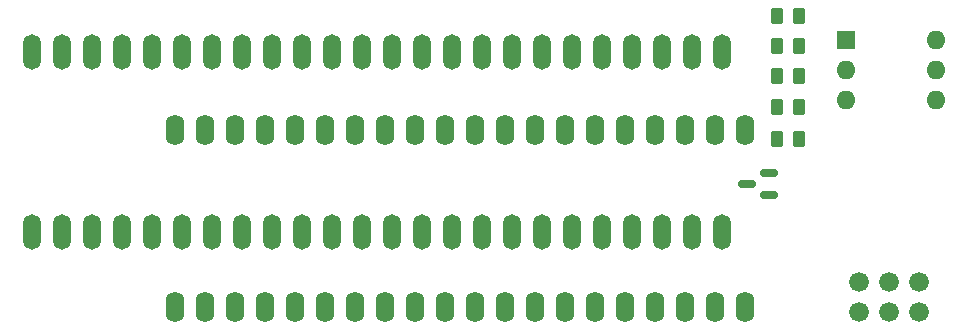
<source format=gbs>
G04 #@! TF.GenerationSoftware,KiCad,Pcbnew,6.0.1*
G04 #@! TF.CreationDate,2022-02-11T11:10:19+01:00*
G04 #@! TF.ProjectId,27C160_Adapter,32374331-3630-45f4-9164-61707465722e,1.1SMD*
G04 #@! TF.SameCoordinates,Original*
G04 #@! TF.FileFunction,Soldermask,Bot*
G04 #@! TF.FilePolarity,Negative*
%FSLAX46Y46*%
G04 Gerber Fmt 4.6, Leading zero omitted, Abs format (unit mm)*
G04 Created by KiCad (PCBNEW 6.0.1) date 2022-02-11 11:10:19*
%MOMM*%
%LPD*%
G01*
G04 APERTURE LIST*
G04 Aperture macros list*
%AMRoundRect*
0 Rectangle with rounded corners*
0 $1 Rounding radius*
0 $2 $3 $4 $5 $6 $7 $8 $9 X,Y pos of 4 corners*
0 Add a 4 corners polygon primitive as box body*
4,1,4,$2,$3,$4,$5,$6,$7,$8,$9,$2,$3,0*
0 Add four circle primitives for the rounded corners*
1,1,$1+$1,$2,$3*
1,1,$1+$1,$4,$5*
1,1,$1+$1,$6,$7*
1,1,$1+$1,$8,$9*
0 Add four rect primitives between the rounded corners*
20,1,$1+$1,$2,$3,$4,$5,0*
20,1,$1+$1,$4,$5,$6,$7,0*
20,1,$1+$1,$6,$7,$8,$9,0*
20,1,$1+$1,$8,$9,$2,$3,0*%
G04 Aperture macros list end*
%ADD10C,1.676400*%
%ADD11O,1.600000X2.600000*%
%ADD12O,1.500000X3.000000*%
%ADD13R,1.600000X1.600000*%
%ADD14O,1.600000X1.600000*%
%ADD15RoundRect,0.250000X0.262500X0.450000X-0.262500X0.450000X-0.262500X-0.450000X0.262500X-0.450000X0*%
%ADD16RoundRect,0.250000X-0.262500X-0.450000X0.262500X-0.450000X0.262500X0.450000X-0.262500X0.450000X0*%
%ADD17RoundRect,0.150000X0.587500X0.150000X-0.587500X0.150000X-0.587500X-0.150000X0.587500X-0.150000X0*%
G04 APERTURE END LIST*
D10*
X193140000Y-110490000D03*
X190600000Y-110490000D03*
X188060000Y-110490000D03*
X193140000Y-107950000D03*
X190600000Y-107950000D03*
X188060000Y-107950000D03*
D11*
X130110000Y-110023000D03*
X132650000Y-110023000D03*
X135190000Y-110023000D03*
X137730000Y-110023000D03*
X140270000Y-110023000D03*
X142810000Y-110023000D03*
X145350000Y-110023000D03*
X147890000Y-110023000D03*
X150430000Y-110023000D03*
X152970000Y-110023000D03*
X155510000Y-110023000D03*
X158050000Y-110023000D03*
X160590000Y-110023000D03*
X163130000Y-110023000D03*
X165670000Y-110023000D03*
X168210000Y-110023000D03*
X170750000Y-110023000D03*
X173290000Y-110023000D03*
X175830000Y-110023000D03*
X178370000Y-110023000D03*
X178370000Y-95037000D03*
X175830000Y-95037000D03*
X173290000Y-95037000D03*
X170750000Y-95037000D03*
X168210000Y-95037000D03*
X165670000Y-95037000D03*
X163130000Y-95037000D03*
X160590000Y-95037000D03*
X158050000Y-95037000D03*
X155510000Y-95037000D03*
X152970000Y-95037000D03*
X150430000Y-95037000D03*
X147890000Y-95037000D03*
X145350000Y-95037000D03*
X142810000Y-95037000D03*
X140270000Y-95037000D03*
X137730000Y-95037000D03*
X135190000Y-95037000D03*
X132650000Y-95037000D03*
X130110000Y-95037000D03*
D12*
X118021100Y-103733600D03*
X120561100Y-103733600D03*
X123101100Y-103733600D03*
X125641100Y-103733600D03*
X128181100Y-103733600D03*
X130721100Y-103733600D03*
X133261100Y-103733600D03*
X135801100Y-103733600D03*
X138341100Y-103733600D03*
X140881100Y-103733600D03*
X143421100Y-103733600D03*
X145961100Y-103733600D03*
X148501100Y-103733600D03*
X151041100Y-103733600D03*
X153581100Y-103733600D03*
X156121100Y-103733600D03*
X158661100Y-103733600D03*
X161201100Y-103733600D03*
X163741100Y-103733600D03*
X166281100Y-103733600D03*
X168821100Y-103733600D03*
X171361100Y-103733600D03*
X173901100Y-103733600D03*
X176441100Y-103733600D03*
X176441100Y-88493600D03*
X173901100Y-88493600D03*
X171361100Y-88493600D03*
X168821100Y-88493600D03*
X166281100Y-88493600D03*
X163741100Y-88493600D03*
X161201100Y-88493600D03*
X158661100Y-88493600D03*
X156121100Y-88493600D03*
X153581100Y-88493600D03*
X151041100Y-88493600D03*
X148501100Y-88493600D03*
X145961100Y-88493600D03*
X143421100Y-88493600D03*
X140881100Y-88493600D03*
X138341100Y-88493600D03*
X135801100Y-88493600D03*
X133261100Y-88493600D03*
X130721100Y-88493600D03*
X128181100Y-88493600D03*
X125641100Y-88493600D03*
X123101100Y-88493600D03*
X120561100Y-88493600D03*
X118021100Y-88493600D03*
D13*
X186940000Y-87440000D03*
D14*
X186940000Y-89980000D03*
X186940000Y-92520000D03*
X194560000Y-92520000D03*
X194560000Y-89980000D03*
X194560000Y-87440000D03*
D15*
X182968900Y-85443900D03*
X181143900Y-85443900D03*
X182968900Y-87990000D03*
X181143900Y-87990000D03*
X182968900Y-90530000D03*
X181143900Y-90530000D03*
D16*
X181143900Y-93120000D03*
X182968900Y-93120000D03*
D17*
X180407500Y-98690000D03*
X180407500Y-100590000D03*
X178532500Y-99640000D03*
D16*
X181143900Y-95790000D03*
X182968900Y-95790000D03*
M02*

</source>
